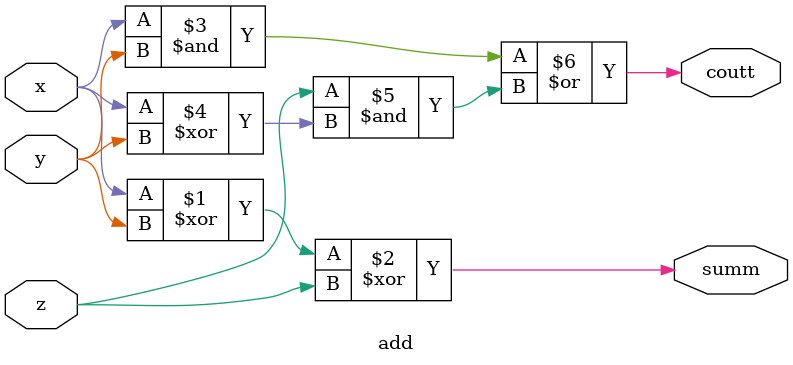
<source format=v>
module top_module( 
    input [99:0] a, b,
    input cin,
    output [99:0] cout,
    output [99:0] sum );
	genvar i;
    add inst1(a[0],b[0],cin,cout[0],sum[0]);
    generate
        for(i=1;i<100;i=i+1) begin:addition
            add inst2(a[i],b[i],cout[i-1],cout[i],sum[i]);
        end
    endgenerate
endmodule

module add(input x,input y,input z,output coutt, output summ);
    assign summ=x^y^z;
    assign coutt=x&y|z&(x^y);
endmodule
    


</source>
